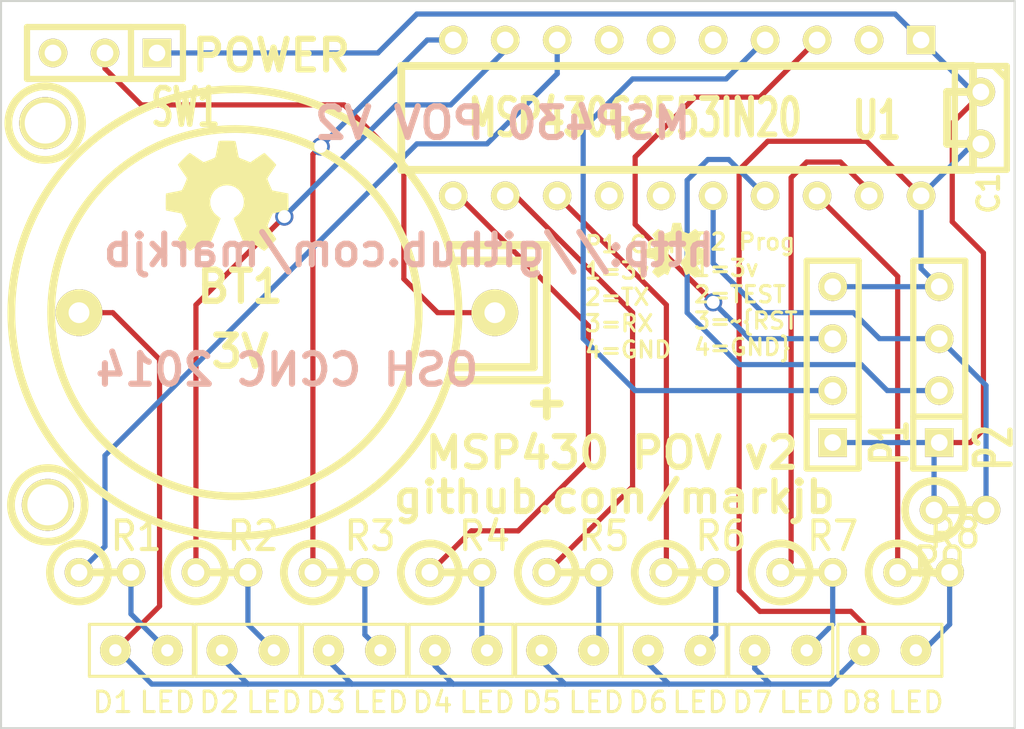
<source format=kicad_pcb>
(kicad_pcb (version 3) (host pcbnew "(2013-07-07 BZR 4022)-stable")

  (general
    (links 39)
    (no_connects 0)
    (area 86.309999 55.829999 135.940001 91.490001)
    (thickness 1.6)
    (drawings 13)
    (tracks 147)
    (zones 0)
    (modules 27)
    (nets 24)
  )

  (page A3)
  (layers
    (15 F.Cu signal)
    (0 B.Cu signal)
    (16 B.Adhes user hide)
    (17 F.Adhes user hide)
    (18 B.Paste user hide)
    (19 F.Paste user hide)
    (20 B.SilkS user)
    (21 F.SilkS user)
    (22 B.Mask user)
    (23 F.Mask user)
    (24 Dwgs.User user hide)
    (25 Cmts.User user hide)
    (26 Eco1.User user hide)
    (27 Eco2.User user hide)
    (28 Edge.Cuts user)
  )

  (setup
    (last_trace_width 0.254)
    (trace_clearance 0.254)
    (zone_clearance 0.508)
    (zone_45_only no)
    (trace_min 0.254)
    (segment_width 0.4)
    (edge_width 0.1)
    (via_size 0.889)
    (via_drill 0.635)
    (via_min_size 0.889)
    (via_min_drill 0.508)
    (uvia_size 0.508)
    (uvia_drill 0.127)
    (uvias_allowed no)
    (uvia_min_size 0.508)
    (uvia_min_drill 0.127)
    (pcb_text_width 0.3)
    (pcb_text_size 1.5 1.5)
    (mod_edge_width 0.2)
    (mod_text_size 1 1)
    (mod_text_width 0.15)
    (pad_size 2.54 2.54)
    (pad_drill 2)
    (pad_to_mask_clearance 0)
    (aux_axis_origin 0 0)
    (visible_elements 7FFFFFBF)
    (pcbplotparams
      (layerselection 284196865)
      (usegerberextensions true)
      (excludeedgelayer false)
      (linewidth 0.150000)
      (plotframeref false)
      (viasonmask false)
      (mode 1)
      (useauxorigin false)
      (hpglpennumber 1)
      (hpglpenspeed 20)
      (hpglpendiameter 15)
      (hpglpenoverlay 2)
      (psnegative false)
      (psa4output false)
      (plotreference true)
      (plotvalue true)
      (plotothertext true)
      (plotinvisibletext false)
      (padsonsilk false)
      (subtractmaskfromsilk true)
      (outputformat 1)
      (mirror false)
      (drillshape 0)
      (scaleselection 1)
      (outputdirectory "C:/Users/mark/Documents/KiCad/Msp430 pov v2/thru hole pcb output/"))
  )

  (net 0 "")
  (net 1 N-000001)
  (net 2 N-0000010)
  (net 3 N-0000011)
  (net 4 N-0000012)
  (net 5 N-0000013)
  (net 6 N-0000014)
  (net 7 N-0000015)
  (net 8 N-0000016)
  (net 9 N-0000017)
  (net 10 N-0000018)
  (net 11 N-000002)
  (net 12 N-0000025)
  (net 13 N-0000026)
  (net 14 N-0000027)
  (net 15 N-0000028)
  (net 16 N-0000029)
  (net 17 N-000003)
  (net 18 N-000004)
  (net 19 N-000005)
  (net 20 N-000006)
  (net 21 N-000007)
  (net 22 N-000008)
  (net 23 N-000009)

  (net_class Default "This is the default net class."
    (clearance 0.254)
    (trace_width 0.254)
    (via_dia 0.889)
    (via_drill 0.635)
    (uvia_dia 0.508)
    (uvia_drill 0.127)
    (add_net "")
    (add_net N-000001)
    (add_net N-0000010)
    (add_net N-0000011)
    (add_net N-0000012)
    (add_net N-0000013)
    (add_net N-0000014)
    (add_net N-0000015)
    (add_net N-0000016)
    (add_net N-0000017)
    (add_net N-0000018)
    (add_net N-000002)
    (add_net N-0000025)
    (add_net N-0000026)
    (add_net N-0000027)
    (add_net N-0000028)
    (add_net N-0000029)
    (add_net N-000003)
    (add_net N-000004)
    (add_net N-000005)
    (add_net N-000006)
    (add_net N-000007)
    (add_net N-000008)
    (add_net N-000009)
  )

  (module LED_Rect (layer F.Cu) (tedit 53B90EB2) (tstamp 53B884A0)
    (at 91.948 87.63)
    (path /53B88192)
    (fp_text reference D1 (at -0.127 2.54) (layer F.SilkS)
      (effects (font (size 1 1) (thickness 0.15)))
    )
    (fp_text value LED (at 2.54 2.54) (layer F.SilkS)
      (effects (font (size 1 1) (thickness 0.15)))
    )
    (fp_line (start -1.27 -1.27) (end 3.81 -1.27) (layer F.SilkS) (width 0.15))
    (fp_line (start 3.81 -1.27) (end 3.81 1.27) (layer F.SilkS) (width 0.15))
    (fp_line (start 3.81 1.27) (end -1.27 1.27) (layer F.SilkS) (width 0.15))
    (fp_line (start -1.27 1.27) (end -1.27 -1.27) (layer F.SilkS) (width 0.15))
    (pad 1 thru_hole circle (at 0 0) (size 1.5 1.5) (drill 0.6)
      (layers *.Cu *.Mask F.SilkS)
      (net 16 N-0000029)
    )
    (pad 2 thru_hole circle (at 2.54 0) (size 1.5 1.5) (drill 0.6)
      (layers *.Cu *.Mask F.SilkS)
      (net 8 N-0000016)
    )
  )

  (module CR2032H-Tayda (layer F.Cu) (tedit 53B90F4D) (tstamp 53BA2155)
    (at 97.79 71.12)
    (path /53B88138)
    (fp_text reference BT1 (at 0.254 -1.27) (layer F.SilkS)
      (effects (font (size 1.524 1.524) (thickness 0.3048)))
    )
    (fp_text value 3V (at 0.254 1.905) (layer F.SilkS)
      (effects (font (size 1.524 1.524) (thickness 0.3048)))
    )
    (fp_line (start 14.605 2.667) (end 10.668 2.667) (layer F.SilkS) (width 0.4))
    (fp_line (start 15.24 3.302) (end 10.414 3.302) (layer F.SilkS) (width 0.4))
    (fp_line (start 15.24 -3.302) (end 10.414 -3.302) (layer F.SilkS) (width 0.4))
    (fp_line (start 14.605 -2.54) (end 10.795 -2.54) (layer F.SilkS) (width 0.4))
    (fp_line (start 15.24 3.81) (end 15.24 5.08) (layer F.SilkS) (width 0.381))
    (fp_line (start 14.605 4.445) (end 15.875 4.445) (layer F.SilkS) (width 0.381))
    (fp_line (start 14.605 -2.54) (end 14.605 2.54) (layer F.SilkS) (width 0.381))
    (fp_line (start 15.24 -3.175) (end 15.24 3.175) (layer F.SilkS) (width 0.381))
    (fp_circle (center 0 0) (end -1.27 -8.89) (layer F.SilkS) (width 0.381))
    (fp_circle (center 0 0) (end 6.35 8.89) (layer F.SilkS) (width 0.381))
    (pad 2 thru_hole circle (at -7.62 0) (size 2.286 2.286) (drill 1.016)
      (layers *.Cu *.Mask F.SilkS)
      (net 16 N-0000029)
    )
    (pad 1 thru_hole circle (at 12.7 0) (size 2.286 2.286) (drill 1.016)
      (layers *.Cu *.Mask F.SilkS)
      (net 7 N-0000015)
    )
  )

  (module SIL-4 (layer F.Cu) (tedit 53B965C7) (tstamp 53B883F5)
    (at 132.207 73.66 90)
    (descr "Connecteur 4 pibs")
    (tags "CONN DEV")
    (path /53B8859D)
    (fp_text reference P2 (at -4.064 2.667 90) (layer F.SilkS)
      (effects (font (size 1.73482 1.08712) (thickness 0.3048)))
    )
    (fp_text value PROGRAM (at 0 -2.54 90) (layer F.SilkS) hide
      (effects (font (size 1.524 1.016) (thickness 0.3048)))
    )
    (fp_line (start -5.08 -1.27) (end -5.08 -1.27) (layer F.SilkS) (width 0.3048))
    (fp_line (start -5.08 1.27) (end -5.08 -1.27) (layer F.SilkS) (width 0.3048))
    (fp_line (start -5.08 -1.27) (end -5.08 -1.27) (layer F.SilkS) (width 0.3048))
    (fp_line (start -5.08 -1.27) (end 5.08 -1.27) (layer F.SilkS) (width 0.3048))
    (fp_line (start 5.08 -1.27) (end 5.08 1.27) (layer F.SilkS) (width 0.3048))
    (fp_line (start 5.08 1.27) (end -5.08 1.27) (layer F.SilkS) (width 0.3048))
    (fp_line (start -2.54 1.27) (end -2.54 -1.27) (layer F.SilkS) (width 0.3048))
    (pad 1 thru_hole rect (at -3.81 0 90) (size 1.397 1.397) (drill 0.8128)
      (layers *.Cu *.Mask F.SilkS)
      (net 6 N-0000014)
    )
    (pad 2 thru_hole circle (at -1.27 0 90) (size 1.397 1.397) (drill 0.8128)
      (layers *.Cu *.Mask F.SilkS)
      (net 3 N-0000011)
    )
    (pad 3 thru_hole circle (at 1.27 0 90) (size 1.397 1.397) (drill 0.8128)
      (layers *.Cu *.Mask F.SilkS)
      (net 4 N-0000012)
    )
    (pad 4 thru_hole circle (at 3.81 0 90) (size 1.397 1.397) (drill 0.8128)
      (layers *.Cu *.Mask F.SilkS)
      (net 16 N-0000029)
    )
  )

  (module SIL-4 (layer F.Cu) (tedit 53B965B8) (tstamp 53B88404)
    (at 127 73.66 90)
    (descr "Connecteur 4 pibs")
    (tags "CONN DEV")
    (path /53B88486)
    (fp_text reference P1 (at -3.81 2.794 90) (layer F.SilkS)
      (effects (font (size 1.73482 1.08712) (thickness 0.3048)))
    )
    (fp_text value SERIAL (at 0 -2.54 90) (layer F.SilkS) hide
      (effects (font (size 1.524 1.016) (thickness 0.3048)))
    )
    (fp_line (start -5.08 -1.27) (end -5.08 -1.27) (layer F.SilkS) (width 0.3048))
    (fp_line (start -5.08 1.27) (end -5.08 -1.27) (layer F.SilkS) (width 0.3048))
    (fp_line (start -5.08 -1.27) (end -5.08 -1.27) (layer F.SilkS) (width 0.3048))
    (fp_line (start -5.08 -1.27) (end 5.08 -1.27) (layer F.SilkS) (width 0.3048))
    (fp_line (start 5.08 -1.27) (end 5.08 1.27) (layer F.SilkS) (width 0.3048))
    (fp_line (start 5.08 1.27) (end -5.08 1.27) (layer F.SilkS) (width 0.3048))
    (fp_line (start -2.54 1.27) (end -2.54 -1.27) (layer F.SilkS) (width 0.3048))
    (pad 1 thru_hole rect (at -3.81 0 90) (size 1.397 1.397) (drill 0.8128)
      (layers *.Cu *.Mask F.SilkS)
      (net 6 N-0000014)
    )
    (pad 2 thru_hole circle (at -1.27 0 90) (size 1.397 1.397) (drill 0.8128)
      (layers *.Cu *.Mask F.SilkS)
      (net 19 N-000005)
    )
    (pad 3 thru_hole circle (at 1.27 0 90) (size 1.397 1.397) (drill 0.8128)
      (layers *.Cu *.Mask F.SilkS)
      (net 20 N-000006)
    )
    (pad 4 thru_hole circle (at 3.81 0 90) (size 1.397 1.397) (drill 0.8128)
      (layers *.Cu *.Mask F.SilkS)
      (net 16 N-0000029)
    )
  )

  (module SIL-3 (layer F.Cu) (tedit 53B96410) (tstamp 53B88410)
    (at 91.44 58.42 180)
    (descr "Connecteur 3 pins")
    (tags "CONN DEV")
    (path /53B88160)
    (fp_text reference SW1 (at -3.937 -2.667 180) (layer F.SilkS)
      (effects (font (size 1.7907 1.07696) (thickness 0.3048)))
    )
    (fp_text value SPST (at -0.508 -2.667 180) (layer F.SilkS) hide
      (effects (font (size 1.524 1.016) (thickness 0.3048)))
    )
    (fp_line (start -3.81 1.27) (end -3.81 -1.27) (layer F.SilkS) (width 0.3048))
    (fp_line (start -3.81 -1.27) (end 3.81 -1.27) (layer F.SilkS) (width 0.3048))
    (fp_line (start 3.81 -1.27) (end 3.81 1.27) (layer F.SilkS) (width 0.3048))
    (fp_line (start 3.81 1.27) (end -3.81 1.27) (layer F.SilkS) (width 0.3048))
    (fp_line (start -1.27 -1.27) (end -1.27 1.27) (layer F.SilkS) (width 0.3048))
    (pad 1 thru_hole rect (at -2.54 0 180) (size 1.397 1.397) (drill 0.8128)
      (layers *.Cu *.Mask F.SilkS)
      (net 6 N-0000014)
    )
    (pad 2 thru_hole circle (at 0 0 180) (size 1.397 1.397) (drill 0.8128)
      (layers *.Cu *.Mask F.SilkS)
      (net 7 N-0000015)
    )
    (pad 3 thru_hole circle (at 2.54 0 180) (size 1.397 1.397) (drill 0.8128)
      (layers *.Cu *.Mask F.SilkS)
    )
  )

  (module R1 (layer F.Cu) (tedit 53B90E2C) (tstamp 53B88418)
    (at 131.445 83.82)
    (descr "Resistance verticale")
    (tags R)
    (path /53B8820D)
    (autoplace_cost90 10)
    (autoplace_cost180 10)
    (fp_text reference R8 (at 1.524 -1.905) (layer F.SilkS)
      (effects (font (size 1.397 1.27) (thickness 0.2032)))
    )
    (fp_text value R (at -1.143 2.54) (layer F.SilkS) hide
      (effects (font (size 1.397 1.27) (thickness 0.2032)))
    )
    (fp_line (start -1.27 0) (end 1.27 0) (layer F.SilkS) (width 0.381))
    (fp_circle (center -1.27 0) (end -0.635 1.27) (layer F.SilkS) (width 0.381))
    (pad 1 thru_hole circle (at -1.27 0) (size 1.397 1.397) (drill 0.8128)
      (layers *.Cu *.Mask F.SilkS)
      (net 18 N-000004)
    )
    (pad 2 thru_hole circle (at 1.27 0) (size 1.397 1.397) (drill 0.8128)
      (layers *.Cu *.Mask F.SilkS)
      (net 14 N-0000027)
    )
    (model discret/verti_resistor.wrl
      (at (xyz 0 0 0))
      (scale (xyz 1 1 1))
      (rotate (xyz 0 0 0))
    )
  )

  (module R1 (layer F.Cu) (tedit 53B90E47) (tstamp 53B88420)
    (at 125.73 83.82)
    (descr "Resistance verticale")
    (tags R)
    (path /53B88207)
    (autoplace_cost90 10)
    (autoplace_cost180 10)
    (fp_text reference R7 (at 1.27 -1.778) (layer F.SilkS)
      (effects (font (size 1.397 1.27) (thickness 0.2032)))
    )
    (fp_text value R (at -1.143 2.54) (layer F.SilkS) hide
      (effects (font (size 1.397 1.27) (thickness 0.2032)))
    )
    (fp_line (start -1.27 0) (end 1.27 0) (layer F.SilkS) (width 0.381))
    (fp_circle (center -1.27 0) (end -0.635 1.27) (layer F.SilkS) (width 0.381))
    (pad 1 thru_hole circle (at -1.27 0) (size 1.397 1.397) (drill 0.8128)
      (layers *.Cu *.Mask F.SilkS)
      (net 1 N-000001)
    )
    (pad 2 thru_hole circle (at 1.27 0) (size 1.397 1.397) (drill 0.8128)
      (layers *.Cu *.Mask F.SilkS)
      (net 13 N-0000026)
    )
    (model discret/verti_resistor.wrl
      (at (xyz 0 0 0))
      (scale (xyz 1 1 1))
      (rotate (xyz 0 0 0))
    )
  )

  (module R1 (layer F.Cu) (tedit 53B90E5D) (tstamp 53B88428)
    (at 120.015 83.82)
    (descr "Resistance verticale")
    (tags R)
    (path /53B88201)
    (autoplace_cost90 10)
    (autoplace_cost180 10)
    (fp_text reference R6 (at 1.524 -1.778) (layer F.SilkS)
      (effects (font (size 1.397 1.27) (thickness 0.2032)))
    )
    (fp_text value R (at -1.143 2.54) (layer F.SilkS) hide
      (effects (font (size 1.397 1.27) (thickness 0.2032)))
    )
    (fp_line (start -1.27 0) (end 1.27 0) (layer F.SilkS) (width 0.381))
    (fp_circle (center -1.27 0) (end -0.635 1.27) (layer F.SilkS) (width 0.381))
    (pad 1 thru_hole circle (at -1.27 0) (size 1.397 1.397) (drill 0.8128)
      (layers *.Cu *.Mask F.SilkS)
      (net 17 N-000003)
    )
    (pad 2 thru_hole circle (at 1.27 0) (size 1.397 1.397) (drill 0.8128)
      (layers *.Cu *.Mask F.SilkS)
      (net 12 N-0000025)
    )
    (model discret/verti_resistor.wrl
      (at (xyz 0 0 0))
      (scale (xyz 1 1 1))
      (rotate (xyz 0 0 0))
    )
  )

  (module R1 (layer F.Cu) (tedit 53B90E63) (tstamp 53B88430)
    (at 114.3 83.82)
    (descr "Resistance verticale")
    (tags R)
    (path /53B881FB)
    (autoplace_cost90 10)
    (autoplace_cost180 10)
    (fp_text reference R5 (at 1.524 -1.778) (layer F.SilkS)
      (effects (font (size 1.397 1.27) (thickness 0.2032)))
    )
    (fp_text value R (at -1.143 2.54) (layer F.SilkS) hide
      (effects (font (size 1.397 1.27) (thickness 0.2032)))
    )
    (fp_line (start -1.27 0) (end 1.27 0) (layer F.SilkS) (width 0.381))
    (fp_circle (center -1.27 0) (end -0.635 1.27) (layer F.SilkS) (width 0.381))
    (pad 1 thru_hole circle (at -1.27 0) (size 1.397 1.397) (drill 0.8128)
      (layers *.Cu *.Mask F.SilkS)
      (net 11 N-000002)
    )
    (pad 2 thru_hole circle (at 1.27 0) (size 1.397 1.397) (drill 0.8128)
      (layers *.Cu *.Mask F.SilkS)
      (net 15 N-0000028)
    )
    (model discret/verti_resistor.wrl
      (at (xyz 0 0 0))
      (scale (xyz 1 1 1))
      (rotate (xyz 0 0 0))
    )
  )

  (module R1 (layer F.Cu) (tedit 53B90E6B) (tstamp 53B88438)
    (at 108.585 83.82)
    (descr "Resistance verticale")
    (tags R)
    (path /53B881F5)
    (autoplace_cost90 10)
    (autoplace_cost180 10)
    (fp_text reference R4 (at 1.397 -1.778) (layer F.SilkS)
      (effects (font (size 1.397 1.27) (thickness 0.2032)))
    )
    (fp_text value R (at -1.143 2.54) (layer F.SilkS) hide
      (effects (font (size 1.397 1.27) (thickness 0.2032)))
    )
    (fp_line (start -1.27 0) (end 1.27 0) (layer F.SilkS) (width 0.381))
    (fp_circle (center -1.27 0) (end -0.635 1.27) (layer F.SilkS) (width 0.381))
    (pad 1 thru_hole circle (at -1.27 0) (size 1.397 1.397) (drill 0.8128)
      (layers *.Cu *.Mask F.SilkS)
      (net 2 N-0000010)
    )
    (pad 2 thru_hole circle (at 1.27 0) (size 1.397 1.397) (drill 0.8128)
      (layers *.Cu *.Mask F.SilkS)
      (net 10 N-0000018)
    )
    (model discret/verti_resistor.wrl
      (at (xyz 0 0 0))
      (scale (xyz 1 1 1))
      (rotate (xyz 0 0 0))
    )
  )

  (module R1 (layer F.Cu) (tedit 53B90E6F) (tstamp 53B88440)
    (at 102.87 83.82)
    (descr "Resistance verticale")
    (tags R)
    (path /53B881EF)
    (autoplace_cost90 10)
    (autoplace_cost180 10)
    (fp_text reference R3 (at 1.524 -1.778) (layer F.SilkS)
      (effects (font (size 1.397 1.27) (thickness 0.2032)))
    )
    (fp_text value R (at -1.143 2.54) (layer F.SilkS) hide
      (effects (font (size 1.397 1.27) (thickness 0.2032)))
    )
    (fp_line (start -1.27 0) (end 1.27 0) (layer F.SilkS) (width 0.381))
    (fp_circle (center -1.27 0) (end -0.635 1.27) (layer F.SilkS) (width 0.381))
    (pad 1 thru_hole circle (at -1.27 0) (size 1.397 1.397) (drill 0.8128)
      (layers *.Cu *.Mask F.SilkS)
      (net 23 N-000009)
    )
    (pad 2 thru_hole circle (at 1.27 0) (size 1.397 1.397) (drill 0.8128)
      (layers *.Cu *.Mask F.SilkS)
      (net 9 N-0000017)
    )
    (model discret/verti_resistor.wrl
      (at (xyz 0 0 0))
      (scale (xyz 1 1 1))
      (rotate (xyz 0 0 0))
    )
  )

  (module R1 (layer F.Cu) (tedit 53B90E84) (tstamp 53B88448)
    (at 97.155 83.82)
    (descr "Resistance verticale")
    (tags R)
    (path /53B881DF)
    (autoplace_cost90 10)
    (autoplace_cost180 10)
    (fp_text reference R2 (at 1.524 -1.778) (layer F.SilkS)
      (effects (font (size 1.397 1.27) (thickness 0.2032)))
    )
    (fp_text value R (at -1.143 2.54) (layer F.SilkS) hide
      (effects (font (size 1.397 1.27) (thickness 0.2032)))
    )
    (fp_line (start -1.27 0) (end 1.27 0) (layer F.SilkS) (width 0.381))
    (fp_circle (center -1.27 0) (end -0.635 1.27) (layer F.SilkS) (width 0.381))
    (pad 1 thru_hole circle (at -1.27 0) (size 1.397 1.397) (drill 0.8128)
      (layers *.Cu *.Mask F.SilkS)
      (net 21 N-000007)
    )
    (pad 2 thru_hole circle (at 1.27 0) (size 1.397 1.397) (drill 0.8128)
      (layers *.Cu *.Mask F.SilkS)
      (net 5 N-0000013)
    )
    (model discret/verti_resistor.wrl
      (at (xyz 0 0 0))
      (scale (xyz 1 1 1))
      (rotate (xyz 0 0 0))
    )
  )

  (module R1 (layer F.Cu) (tedit 53B90E89) (tstamp 53B88450)
    (at 91.44 83.82)
    (descr "Resistance verticale")
    (tags R)
    (path /53B881D2)
    (autoplace_cost90 10)
    (autoplace_cost180 10)
    (fp_text reference R1 (at 1.524 -1.778) (layer F.SilkS)
      (effects (font (size 1.397 1.27) (thickness 0.2032)))
    )
    (fp_text value R (at -1.143 2.54) (layer F.SilkS) hide
      (effects (font (size 1.397 1.27) (thickness 0.2032)))
    )
    (fp_line (start -1.27 0) (end 1.27 0) (layer F.SilkS) (width 0.381))
    (fp_circle (center -1.27 0) (end -0.635 1.27) (layer F.SilkS) (width 0.381))
    (pad 1 thru_hole circle (at -1.27 0) (size 1.397 1.397) (drill 0.8128)
      (layers *.Cu *.Mask F.SilkS)
      (net 22 N-000008)
    )
    (pad 2 thru_hole circle (at 1.27 0) (size 1.397 1.397) (drill 0.8128)
      (layers *.Cu *.Mask F.SilkS)
      (net 8 N-0000016)
    )
    (model discret/verti_resistor.wrl
      (at (xyz 0 0 0))
      (scale (xyz 1 1 1))
      (rotate (xyz 0 0 0))
    )
  )

  (module LED_Rect (layer F.Cu) (tedit 53B90F19) (tstamp 53B8845A)
    (at 128.524 87.63)
    (path /53B881C3)
    (fp_text reference D8 (at -0.127 2.54) (layer F.SilkS)
      (effects (font (size 1 1) (thickness 0.15)))
    )
    (fp_text value LED (at 2.54 2.54) (layer F.SilkS)
      (effects (font (size 1 1) (thickness 0.15)))
    )
    (fp_line (start -1.27 -1.27) (end 3.81 -1.27) (layer F.SilkS) (width 0.15))
    (fp_line (start 3.81 -1.27) (end 3.81 1.27) (layer F.SilkS) (width 0.15))
    (fp_line (start 3.81 1.27) (end -1.27 1.27) (layer F.SilkS) (width 0.15))
    (fp_line (start -1.27 1.27) (end -1.27 -1.27) (layer F.SilkS) (width 0.15))
    (pad 1 thru_hole circle (at 0 0) (size 1.5 1.5) (drill 0.6)
      (layers *.Cu *.Mask F.SilkS)
      (net 16 N-0000029)
    )
    (pad 2 thru_hole circle (at 2.54 0) (size 1.5 1.5) (drill 0.6)
      (layers *.Cu *.Mask F.SilkS)
      (net 14 N-0000027)
    )
  )

  (module LED_Rect (layer F.Cu) (tedit 53B90F10) (tstamp 53B88464)
    (at 123.19 87.63)
    (path /53B881BD)
    (fp_text reference D7 (at -0.127 2.54) (layer F.SilkS)
      (effects (font (size 1 1) (thickness 0.15)))
    )
    (fp_text value LED (at 2.54 2.54) (layer F.SilkS)
      (effects (font (size 1 1) (thickness 0.15)))
    )
    (fp_line (start -1.27 -1.27) (end 3.81 -1.27) (layer F.SilkS) (width 0.15))
    (fp_line (start 3.81 -1.27) (end 3.81 1.27) (layer F.SilkS) (width 0.15))
    (fp_line (start 3.81 1.27) (end -1.27 1.27) (layer F.SilkS) (width 0.15))
    (fp_line (start -1.27 1.27) (end -1.27 -1.27) (layer F.SilkS) (width 0.15))
    (pad 1 thru_hole circle (at 0 0) (size 1.5 1.5) (drill 0.6)
      (layers *.Cu *.Mask F.SilkS)
      (net 16 N-0000029)
    )
    (pad 2 thru_hole circle (at 2.54 0) (size 1.5 1.5) (drill 0.6)
      (layers *.Cu *.Mask F.SilkS)
      (net 13 N-0000026)
    )
  )

  (module LED_Rect (layer F.Cu) (tedit 53B90EF8) (tstamp 53B8846E)
    (at 117.983 87.63)
    (path /53B881B7)
    (fp_text reference D6 (at 0 2.54) (layer F.SilkS)
      (effects (font (size 1 1) (thickness 0.15)))
    )
    (fp_text value LED (at 2.54 2.54) (layer F.SilkS)
      (effects (font (size 1 1) (thickness 0.15)))
    )
    (fp_line (start -1.27 -1.27) (end 3.81 -1.27) (layer F.SilkS) (width 0.15))
    (fp_line (start 3.81 -1.27) (end 3.81 1.27) (layer F.SilkS) (width 0.15))
    (fp_line (start 3.81 1.27) (end -1.27 1.27) (layer F.SilkS) (width 0.15))
    (fp_line (start -1.27 1.27) (end -1.27 -1.27) (layer F.SilkS) (width 0.15))
    (pad 1 thru_hole circle (at 0 0) (size 1.5 1.5) (drill 0.6)
      (layers *.Cu *.Mask F.SilkS)
      (net 16 N-0000029)
    )
    (pad 2 thru_hole circle (at 2.54 0) (size 1.5 1.5) (drill 0.6)
      (layers *.Cu *.Mask F.SilkS)
      (net 12 N-0000025)
    )
  )

  (module LED_Rect (layer F.Cu) (tedit 53B90EF2) (tstamp 53B88478)
    (at 112.776 87.63)
    (path /53B881B1)
    (fp_text reference D5 (at 0 2.54) (layer F.SilkS)
      (effects (font (size 1 1) (thickness 0.15)))
    )
    (fp_text value LED (at 2.667 2.54) (layer F.SilkS)
      (effects (font (size 1 1) (thickness 0.15)))
    )
    (fp_line (start -1.27 -1.27) (end 3.81 -1.27) (layer F.SilkS) (width 0.15))
    (fp_line (start 3.81 -1.27) (end 3.81 1.27) (layer F.SilkS) (width 0.15))
    (fp_line (start 3.81 1.27) (end -1.27 1.27) (layer F.SilkS) (width 0.15))
    (fp_line (start -1.27 1.27) (end -1.27 -1.27) (layer F.SilkS) (width 0.15))
    (pad 1 thru_hole circle (at 0 0) (size 1.5 1.5) (drill 0.6)
      (layers *.Cu *.Mask F.SilkS)
      (net 16 N-0000029)
    )
    (pad 2 thru_hole circle (at 2.54 0) (size 1.5 1.5) (drill 0.6)
      (layers *.Cu *.Mask F.SilkS)
      (net 15 N-0000028)
    )
  )

  (module LED_Rect (layer F.Cu) (tedit 53B90EE6) (tstamp 53B88482)
    (at 107.569 87.63)
    (path /53B881AB)
    (fp_text reference D4 (at -0.127 2.54) (layer F.SilkS)
      (effects (font (size 1 1) (thickness 0.15)))
    )
    (fp_text value LED (at 2.54 2.54) (layer F.SilkS)
      (effects (font (size 1 1) (thickness 0.15)))
    )
    (fp_line (start -1.27 -1.27) (end 3.81 -1.27) (layer F.SilkS) (width 0.15))
    (fp_line (start 3.81 -1.27) (end 3.81 1.27) (layer F.SilkS) (width 0.15))
    (fp_line (start 3.81 1.27) (end -1.27 1.27) (layer F.SilkS) (width 0.15))
    (fp_line (start -1.27 1.27) (end -1.27 -1.27) (layer F.SilkS) (width 0.15))
    (pad 1 thru_hole circle (at 0 0) (size 1.5 1.5) (drill 0.6)
      (layers *.Cu *.Mask F.SilkS)
      (net 16 N-0000029)
    )
    (pad 2 thru_hole circle (at 2.54 0) (size 1.5 1.5) (drill 0.6)
      (layers *.Cu *.Mask F.SilkS)
      (net 10 N-0000018)
    )
  )

  (module LED_Rect (layer F.Cu) (tedit 53B90EDA) (tstamp 53B8848C)
    (at 102.362 87.63)
    (path /53B881A5)
    (fp_text reference D3 (at -0.127 2.54) (layer F.SilkS)
      (effects (font (size 1 1) (thickness 0.15)))
    )
    (fp_text value LED (at 2.54 2.54) (layer F.SilkS)
      (effects (font (size 1 1) (thickness 0.15)))
    )
    (fp_line (start -1.27 -1.27) (end 3.81 -1.27) (layer F.SilkS) (width 0.15))
    (fp_line (start 3.81 -1.27) (end 3.81 1.27) (layer F.SilkS) (width 0.15))
    (fp_line (start 3.81 1.27) (end -1.27 1.27) (layer F.SilkS) (width 0.15))
    (fp_line (start -1.27 1.27) (end -1.27 -1.27) (layer F.SilkS) (width 0.15))
    (pad 1 thru_hole circle (at 0 0) (size 1.5 1.5) (drill 0.6)
      (layers *.Cu *.Mask F.SilkS)
      (net 16 N-0000029)
    )
    (pad 2 thru_hole circle (at 2.54 0) (size 1.5 1.5) (drill 0.6)
      (layers *.Cu *.Mask F.SilkS)
      (net 9 N-0000017)
    )
  )

  (module LED_Rect (layer F.Cu) (tedit 53B90EBB) (tstamp 53B88496)
    (at 97.155 87.63)
    (path /53B8819F)
    (fp_text reference D2 (at -0.127 2.54) (layer F.SilkS)
      (effects (font (size 1 1) (thickness 0.15)))
    )
    (fp_text value LED (at 2.54 2.54) (layer F.SilkS)
      (effects (font (size 1 1) (thickness 0.15)))
    )
    (fp_line (start -1.27 -1.27) (end 3.81 -1.27) (layer F.SilkS) (width 0.15))
    (fp_line (start 3.81 -1.27) (end 3.81 1.27) (layer F.SilkS) (width 0.15))
    (fp_line (start 3.81 1.27) (end -1.27 1.27) (layer F.SilkS) (width 0.15))
    (fp_line (start -1.27 1.27) (end -1.27 -1.27) (layer F.SilkS) (width 0.15))
    (pad 1 thru_hole circle (at 0 0) (size 1.5 1.5) (drill 0.6)
      (layers *.Cu *.Mask F.SilkS)
      (net 16 N-0000029)
    )
    (pad 2 thru_hole circle (at 2.54 0) (size 1.5 1.5) (drill 0.6)
      (layers *.Cu *.Mask F.SilkS)
      (net 5 N-0000013)
    )
  )

  (module DIP-20__300 (layer F.Cu) (tedit 53B93C98) (tstamp 53B884BF)
    (at 119.888 61.595 180)
    (descr "20 pins DIL package, round pads")
    (tags DIL)
    (path /53B88129)
    (fp_text reference U1 (at -9.271 -0.127 180) (layer F.SilkS)
      (effects (font (size 1.778 1.143) (thickness 0.3048)))
    )
    (fp_text value MSP430G2553IN20 (at 2.54 0 180) (layer F.SilkS)
      (effects (font (size 1.778 1.143) (thickness 0.3048)))
    )
    (fp_line (start -13.97 -1.27) (end -12.7 -1.27) (layer F.SilkS) (width 0.381))
    (fp_line (start -12.7 -1.27) (end -12.7 1.27) (layer F.SilkS) (width 0.381))
    (fp_line (start -12.7 1.27) (end -13.97 1.27) (layer F.SilkS) (width 0.381))
    (fp_line (start -13.97 -2.54) (end 13.97 -2.54) (layer F.SilkS) (width 0.381))
    (fp_line (start 13.97 -2.54) (end 13.97 2.54) (layer F.SilkS) (width 0.381))
    (fp_line (start 13.97 2.54) (end -13.97 2.54) (layer F.SilkS) (width 0.381))
    (fp_line (start -13.97 2.54) (end -13.97 -2.54) (layer F.SilkS) (width 0.381))
    (pad 1 thru_hole rect (at -11.43 3.81 180) (size 1.397 1.397) (drill 0.8128)
      (layers *.Cu *.Mask F.SilkS)
      (net 6 N-0000014)
    )
    (pad 2 thru_hole circle (at -8.89 3.81 180) (size 1.397 1.397) (drill 0.8128)
      (layers *.Cu *.Mask F.SilkS)
    )
    (pad 3 thru_hole circle (at -6.35 3.81 180) (size 1.397 1.397) (drill 0.8128)
      (layers *.Cu *.Mask F.SilkS)
      (net 20 N-000006)
    )
    (pad 4 thru_hole circle (at -3.81 3.81 180) (size 1.397 1.397) (drill 0.8128)
      (layers *.Cu *.Mask F.SilkS)
      (net 19 N-000005)
    )
    (pad 5 thru_hole circle (at -1.27 3.81 180) (size 1.397 1.397) (drill 0.8128)
      (layers *.Cu *.Mask F.SilkS)
    )
    (pad 6 thru_hole circle (at 1.27 3.81 180) (size 1.397 1.397) (drill 0.8128)
      (layers *.Cu *.Mask F.SilkS)
    )
    (pad 7 thru_hole circle (at 3.81 3.81 180) (size 1.397 1.397) (drill 0.8128)
      (layers *.Cu *.Mask F.SilkS)
    )
    (pad 8 thru_hole circle (at 6.35 3.81 180) (size 1.397 1.397) (drill 0.8128)
      (layers *.Cu *.Mask F.SilkS)
      (net 22 N-000008)
    )
    (pad 9 thru_hole circle (at 8.89 3.81 180) (size 1.397 1.397) (drill 0.8128)
      (layers *.Cu *.Mask F.SilkS)
      (net 21 N-000007)
    )
    (pad 10 thru_hole circle (at 11.43 3.81 180) (size 1.397 1.397) (drill 0.8128)
      (layers *.Cu *.Mask F.SilkS)
      (net 23 N-000009)
    )
    (pad 11 thru_hole circle (at 11.43 -3.81 180) (size 1.397 1.397) (drill 0.8128)
      (layers *.Cu *.Mask F.SilkS)
      (net 2 N-0000010)
    )
    (pad 12 thru_hole circle (at 8.89 -3.81 180) (size 1.397 1.397) (drill 0.8128)
      (layers *.Cu *.Mask F.SilkS)
      (net 11 N-000002)
    )
    (pad 13 thru_hole circle (at 6.35 -3.81 180) (size 1.397 1.397) (drill 0.8128)
      (layers *.Cu *.Mask F.SilkS)
      (net 17 N-000003)
    )
    (pad 14 thru_hole circle (at 3.81 -3.81 180) (size 1.397 1.397) (drill 0.8128)
      (layers *.Cu *.Mask F.SilkS)
    )
    (pad 15 thru_hole circle (at 1.27 -3.81 180) (size 1.397 1.397) (drill 0.8128)
      (layers *.Cu *.Mask F.SilkS)
    )
    (pad 16 thru_hole circle (at -1.27 -3.81 180) (size 1.397 1.397) (drill 0.8128)
      (layers *.Cu *.Mask F.SilkS)
      (net 4 N-0000012)
    )
    (pad 17 thru_hole circle (at -3.81 -3.81 180) (size 1.397 1.397) (drill 0.8128)
      (layers *.Cu *.Mask F.SilkS)
      (net 3 N-0000011)
    )
    (pad 18 thru_hole circle (at -6.35 -3.81 180) (size 1.397 1.397) (drill 0.8128)
      (layers *.Cu *.Mask F.SilkS)
      (net 18 N-000004)
    )
    (pad 19 thru_hole circle (at -8.89 -3.81 180) (size 1.397 1.397) (drill 0.8128)
      (layers *.Cu *.Mask F.SilkS)
      (net 1 N-000001)
    )
    (pad 20 thru_hole circle (at -11.43 -3.81 180) (size 1.397 1.397) (drill 0.8128)
      (layers *.Cu *.Mask F.SilkS)
      (net 16 N-0000029)
    )
    (model dil/dil_20.wrl
      (at (xyz 0 0 0))
      (scale (xyz 1 1 1))
      (rotate (xyz 0 0 0))
    )
  )

  (module OSHW-logo_silkscreen-back_6mm (layer F.Cu) (tedit 0) (tstamp 53BB377B)
    (at 97.409 65.405)
    (fp_text reference G*** (at 0 3.18008) (layer F.SilkS) hide
      (effects (font (size 0.27178 0.27178) (thickness 0.05334)))
    )
    (fp_text value OSHW-logo_silkscreen-back_6mm (at 0 -3.18008) (layer F.SilkS) hide
      (effects (font (size 0.27178 0.27178) (thickness 0.05334)))
    )
    (fp_poly (pts (xy 1.81864 2.69494) (xy 1.78562 2.67716) (xy 1.71704 2.63398) (xy 1.61544 2.56794)
      (xy 1.4986 2.4892) (xy 1.37922 2.40792) (xy 1.28016 2.34188) (xy 1.21158 2.2987)
      (xy 1.18364 2.28346) (xy 1.1684 2.28854) (xy 1.11252 2.31648) (xy 1.03124 2.35966)
      (xy 0.98298 2.38252) (xy 0.90678 2.41554) (xy 0.87122 2.42316) (xy 0.8636 2.413)
      (xy 0.83566 2.35458) (xy 0.79248 2.25552) (xy 0.7366 2.12598) (xy 0.67056 1.97358)
      (xy 0.60198 1.80848) (xy 0.5334 1.64084) (xy 0.46736 1.48336) (xy 0.4064 1.33858)
      (xy 0.36068 1.22174) (xy 0.3302 1.14046) (xy 0.3175 1.1049) (xy 0.32258 1.09728)
      (xy 0.35814 1.06172) (xy 0.42418 1.01346) (xy 0.56642 0.89662) (xy 0.70612 0.72136)
      (xy 0.79248 0.52324) (xy 0.82042 0.30226) (xy 0.79756 0.09906) (xy 0.71628 -0.09652)
      (xy 0.57912 -0.27432) (xy 0.41148 -0.4064) (xy 0.21844 -0.48768) (xy 0 -0.51562)
      (xy -0.20828 -0.49276) (xy -0.40894 -0.41402) (xy -0.58674 -0.2794) (xy -0.6604 -0.19304)
      (xy -0.76454 -0.0127) (xy -0.82296 0.1778) (xy -0.82804 0.22606) (xy -0.82042 0.43688)
      (xy -0.75692 0.64008) (xy -0.6477 0.82042) (xy -0.49276 0.96774) (xy -0.47244 0.98298)
      (xy -0.40132 1.03632) (xy -0.35306 1.07188) (xy -0.31496 1.10236) (xy -0.5842 1.75006)
      (xy -0.62738 1.85166) (xy -0.70104 2.02692) (xy -0.76454 2.17932) (xy -0.81788 2.30124)
      (xy -0.85344 2.38252) (xy -0.86868 2.41554) (xy -0.87122 2.41554) (xy -0.89408 2.42062)
      (xy -0.94234 2.40284) (xy -1.03378 2.35966) (xy -1.0922 2.32918) (xy -1.16078 2.29616)
      (xy -1.19126 2.28346) (xy -1.2192 2.29616) (xy -1.28524 2.33934) (xy -1.37922 2.40538)
      (xy -1.49606 2.48158) (xy -1.60528 2.55778) (xy -1.70688 2.62382) (xy -1.78054 2.67208)
      (xy -1.8161 2.68986) (xy -1.82118 2.68986) (xy -1.8542 2.67208) (xy -1.91262 2.62382)
      (xy -1.99898 2.54) (xy -2.12344 2.41808) (xy -2.14376 2.4003) (xy -2.24536 2.29616)
      (xy -2.32918 2.20726) (xy -2.38506 2.1463) (xy -2.40538 2.11836) (xy -2.40538 2.11836)
      (xy -2.38506 2.0828) (xy -2.33934 2.00914) (xy -2.2733 1.90754) (xy -2.19202 1.78562)
      (xy -1.97612 1.47574) (xy -2.0955 1.18364) (xy -2.13106 1.0922) (xy -2.17678 0.98298)
      (xy -2.2098 0.90678) (xy -2.22758 0.87122) (xy -2.2606 0.86106) (xy -2.33934 0.84074)
      (xy -2.45618 0.81788) (xy -2.59588 0.79248) (xy -2.72796 0.76708) (xy -2.84734 0.74422)
      (xy -2.9337 0.72898) (xy -2.9718 0.72136) (xy -2.98196 0.71374) (xy -2.98958 0.69596)
      (xy -2.99466 0.65532) (xy -2.9972 0.58166) (xy -2.99974 0.46736) (xy -2.99974 0.30226)
      (xy -2.99974 0.28448) (xy -2.9972 0.127) (xy -2.99466 0.00254) (xy -2.98958 -0.07874)
      (xy -2.9845 -0.11176) (xy -2.9845 -0.11176) (xy -2.9464 -0.12192) (xy -2.86258 -0.1397)
      (xy -2.7432 -0.16256) (xy -2.60096 -0.1905) (xy -2.5908 -0.1905) (xy -2.44856 -0.21844)
      (xy -2.33172 -0.24384) (xy -2.2479 -0.26162) (xy -2.21234 -0.27432) (xy -2.20472 -0.28448)
      (xy -2.17678 -0.34036) (xy -2.13614 -0.42672) (xy -2.08788 -0.5334) (xy -2.04216 -0.64516)
      (xy -2.00152 -0.74676) (xy -1.97612 -0.82042) (xy -1.9685 -0.85598) (xy -1.9685 -0.85598)
      (xy -1.98882 -0.889) (xy -2.03708 -0.96266) (xy -2.1082 -1.06426) (xy -2.18948 -1.18618)
      (xy -2.1971 -1.19634) (xy -2.27838 -1.31572) (xy -2.34442 -1.41732) (xy -2.3876 -1.48844)
      (xy -2.40538 -1.52146) (xy -2.40538 -1.524) (xy -2.37744 -1.55956) (xy -2.31648 -1.62814)
      (xy -2.22758 -1.71958) (xy -2.12344 -1.82372) (xy -2.09042 -1.85674) (xy -1.97358 -1.97104)
      (xy -1.8923 -2.0447) (xy -1.8415 -2.08534) (xy -1.81864 -2.0955) (xy -1.8161 -2.09296)
      (xy -1.78054 -2.07264) (xy -1.70434 -2.02184) (xy -1.60274 -1.95326) (xy -1.48082 -1.86944)
      (xy -1.4732 -1.86436) (xy -1.35128 -1.78308) (xy -1.25222 -1.7145) (xy -1.1811 -1.66878)
      (xy -1.15062 -1.651) (xy -1.14554 -1.651) (xy -1.09728 -1.6637) (xy -1.01092 -1.69418)
      (xy -0.90678 -1.73482) (xy -0.79502 -1.778) (xy -0.69342 -1.82118) (xy -0.61976 -1.85674)
      (xy -0.5842 -1.87706) (xy -0.58166 -1.87706) (xy -0.56896 -1.92024) (xy -0.54864 -2.01168)
      (xy -0.52324 -2.1336) (xy -0.4953 -2.28092) (xy -0.49022 -2.30378) (xy -0.46482 -2.44856)
      (xy -0.44196 -2.5654) (xy -0.42418 -2.64668) (xy -0.41656 -2.68224) (xy -0.39624 -2.68478)
      (xy -0.32512 -2.68986) (xy -0.21844 -2.69494) (xy -0.0889 -2.69494) (xy 0.04572 -2.69494)
      (xy 0.1778 -2.6924) (xy 0.28956 -2.68732) (xy 0.37084 -2.68224) (xy 0.4064 -2.67462)
      (xy 0.4064 -2.67208) (xy 0.4191 -2.6289) (xy 0.43942 -2.54) (xy 0.46482 -2.41554)
      (xy 0.49276 -2.26822) (xy 0.49784 -2.24028) (xy 0.52324 -2.09804) (xy 0.54864 -1.9812)
      (xy 0.56642 -1.90246) (xy 0.57404 -1.86944) (xy 0.58674 -1.86436) (xy 0.64516 -1.83642)
      (xy 0.74168 -1.79832) (xy 0.86106 -1.75006) (xy 1.13538 -1.6383) (xy 1.47066 -1.86944)
      (xy 1.50114 -1.88976) (xy 1.62306 -1.97358) (xy 1.72212 -2.03962) (xy 1.79324 -2.0828)
      (xy 1.82118 -2.10058) (xy 1.82372 -2.09804) (xy 1.85674 -2.0701) (xy 1.92278 -2.0066)
      (xy 2.01422 -1.9177) (xy 2.1209 -1.81356) (xy 2.19964 -1.73482) (xy 2.29108 -1.64084)
      (xy 2.3495 -1.57734) (xy 2.38252 -1.5367) (xy 2.39522 -1.5113) (xy 2.39014 -1.49352)
      (xy 2.36982 -1.4605) (xy 2.31902 -1.38684) (xy 2.25044 -1.2827) (xy 2.16916 -1.16586)
      (xy 2.10058 -1.06426) (xy 2.02692 -0.9525) (xy 1.9812 -0.87122) (xy 1.96342 -0.83312)
      (xy 1.9685 -0.81534) (xy 1.99136 -0.7493) (xy 2.032 -0.65024) (xy 2.0828 -0.53086)
      (xy 2.19964 -0.26416) (xy 2.3749 -0.23114) (xy 2.47904 -0.21082) (xy 2.6289 -0.18288)
      (xy 2.77114 -0.15494) (xy 2.99212 -0.11176) (xy 2.99974 0.6985) (xy 2.96418 0.71374)
      (xy 2.93116 0.7239) (xy 2.84988 0.74168) (xy 2.73304 0.76454) (xy 2.59588 0.78994)
      (xy 2.4765 0.8128) (xy 2.35966 0.83566) (xy 2.2733 0.8509) (xy 2.2352 0.85852)
      (xy 2.22758 0.87122) (xy 2.1971 0.92964) (xy 2.15392 1.02108) (xy 2.1082 1.1303)
      (xy 2.05994 1.2446) (xy 2.0193 1.34874) (xy 1.98882 1.43002) (xy 1.97866 1.47066)
      (xy 1.9939 1.50114) (xy 2.03962 1.57226) (xy 2.10566 1.67132) (xy 2.1844 1.78816)
      (xy 2.26568 1.90754) (xy 2.33426 2.0066) (xy 2.38252 2.08026) (xy 2.4003 2.11328)
      (xy 2.39014 2.13614) (xy 2.34442 2.19202) (xy 2.25552 2.28346) (xy 2.12344 2.41554)
      (xy 2.10058 2.43586) (xy 1.99644 2.53746) (xy 1.90754 2.61874) (xy 1.84658 2.67462)
      (xy 1.81864 2.69494)) (layer F.SilkS) (width 0.00254))
  )

  (module OSHW-logo_silkscreen-front_3mm (layer F.Cu) (tedit 0) (tstamp 53BB3A1D)
    (at 119.38 68.072)
    (fp_text reference G*** (at 0 1.59004) (layer F.SilkS) hide
      (effects (font (size 0.13462 0.13462) (thickness 0.0254)))
    )
    (fp_text value OSHW-logo_silkscreen-front_3mm (at 0 -1.59004) (layer F.SilkS) hide
      (effects (font (size 0.13462 0.13462) (thickness 0.0254)))
    )
    (fp_poly (pts (xy -0.90932 1.3462) (xy -0.89154 1.33858) (xy -0.85852 1.31572) (xy -0.80772 1.2827)
      (xy -0.7493 1.2446) (xy -0.68834 1.20396) (xy -0.64008 1.17094) (xy -0.60452 1.14808)
      (xy -0.59182 1.14046) (xy -0.5842 1.143) (xy -0.55626 1.15824) (xy -0.51562 1.17856)
      (xy -0.49022 1.19126) (xy -0.45212 1.2065) (xy -0.43434 1.21158) (xy -0.4318 1.2065)
      (xy -0.41656 1.17602) (xy -0.39624 1.12776) (xy -0.3683 1.06172) (xy -0.33528 0.98552)
      (xy -0.29972 0.90424) (xy -0.2667 0.82042) (xy -0.23368 0.74168) (xy -0.2032 0.66802)
      (xy -0.18034 0.6096) (xy -0.1651 0.56896) (xy -0.15748 0.55118) (xy -0.16002 0.54864)
      (xy -0.1778 0.53086) (xy -0.21082 0.50546) (xy -0.28194 0.44704) (xy -0.35306 0.36068)
      (xy -0.39624 0.26162) (xy -0.40894 0.14986) (xy -0.39878 0.04826) (xy -0.35814 -0.04826)
      (xy -0.28956 -0.13716) (xy -0.20574 -0.2032) (xy -0.10922 -0.24384) (xy 0 -0.25654)
      (xy 0.10414 -0.24638) (xy 0.2032 -0.20574) (xy 0.2921 -0.1397) (xy 0.3302 -0.09652)
      (xy 0.381 -0.00508) (xy 0.41148 0.0889) (xy 0.41402 0.11176) (xy 0.40894 0.21844)
      (xy 0.37846 0.32004) (xy 0.32258 0.40894) (xy 0.24638 0.4826) (xy 0.23622 0.49022)
      (xy 0.20066 0.51816) (xy 0.17526 0.53594) (xy 0.15748 0.55118) (xy 0.2921 0.87376)
      (xy 0.31242 0.92456) (xy 0.35052 1.01346) (xy 0.381 1.08966) (xy 0.40894 1.15062)
      (xy 0.42672 1.19126) (xy 0.43434 1.2065) (xy 0.43434 1.2065) (xy 0.44704 1.20904)
      (xy 0.4699 1.20142) (xy 0.51562 1.17856) (xy 0.5461 1.16332) (xy 0.57912 1.14808)
      (xy 0.59436 1.14046) (xy 0.6096 1.14808) (xy 0.64262 1.1684) (xy 0.68834 1.20142)
      (xy 0.74676 1.23952) (xy 0.80264 1.27762) (xy 0.85344 1.31064) (xy 0.889 1.33604)
      (xy 0.90678 1.34366) (xy 0.90932 1.34366) (xy 0.9271 1.33604) (xy 0.95504 1.31064)
      (xy 0.99822 1.27) (xy 1.06172 1.20904) (xy 1.07188 1.19888) (xy 1.12268 1.14808)
      (xy 1.16332 1.10236) (xy 1.19126 1.07188) (xy 1.20142 1.05918) (xy 1.20142 1.05918)
      (xy 1.19126 1.0414) (xy 1.1684 1.0033) (xy 1.13538 0.9525) (xy 1.09474 0.89154)
      (xy 0.98806 0.7366) (xy 1.04648 0.59182) (xy 1.06426 0.5461) (xy 1.08712 0.49022)
      (xy 1.1049 0.45212) (xy 1.11252 0.43434) (xy 1.1303 0.42926) (xy 1.1684 0.4191)
      (xy 1.22682 0.40894) (xy 1.29794 0.39624) (xy 1.36398 0.38354) (xy 1.4224 0.37084)
      (xy 1.46558 0.36322) (xy 1.4859 0.36068) (xy 1.49098 0.3556) (xy 1.49352 0.34798)
      (xy 1.49606 0.32766) (xy 1.4986 0.28956) (xy 1.4986 0.23368) (xy 1.4986 0.14986)
      (xy 1.4986 0.14224) (xy 1.4986 0.0635) (xy 1.49606 0) (xy 1.49352 -0.0381)
      (xy 1.49098 -0.05588) (xy 1.49098 -0.05588) (xy 1.4732 -0.06096) (xy 1.43002 -0.06858)
      (xy 1.3716 -0.08128) (xy 1.30048 -0.09398) (xy 1.2954 -0.09398) (xy 1.22428 -0.10922)
      (xy 1.16586 -0.12192) (xy 1.12268 -0.12954) (xy 1.1049 -0.13716) (xy 1.10236 -0.14224)
      (xy 1.08712 -0.17018) (xy 1.0668 -0.21336) (xy 1.04394 -0.2667) (xy 1.02108 -0.32258)
      (xy 1.00076 -0.37338) (xy 0.98806 -0.40894) (xy 0.98298 -0.42672) (xy 0.98298 -0.42672)
      (xy 0.99314 -0.4445) (xy 1.01854 -0.48006) (xy 1.0541 -0.53086) (xy 1.09474 -0.59182)
      (xy 1.09728 -0.5969) (xy 1.13792 -0.65786) (xy 1.17094 -0.70866) (xy 1.1938 -0.74422)
      (xy 1.20142 -0.75946) (xy 1.20142 -0.762) (xy 1.18872 -0.77978) (xy 1.15824 -0.8128)
      (xy 1.11252 -0.85852) (xy 1.06172 -0.91186) (xy 1.04394 -0.9271) (xy 0.98552 -0.98552)
      (xy 0.94488 -1.02108) (xy 0.91948 -1.0414) (xy 0.90932 -1.04648) (xy 0.90678 -1.04648)
      (xy 0.889 -1.03632) (xy 0.8509 -1.01092) (xy 0.8001 -0.97536) (xy 0.73914 -0.93472)
      (xy 0.7366 -0.93218) (xy 0.67564 -0.89154) (xy 0.62484 -0.85598) (xy 0.58928 -0.83312)
      (xy 0.57404 -0.8255) (xy 0.5715 -0.8255) (xy 0.54864 -0.83058) (xy 0.50546 -0.84582)
      (xy 0.45212 -0.86614) (xy 0.39624 -0.889) (xy 0.34544 -0.90932) (xy 0.30988 -0.9271)
      (xy 0.2921 -0.93726) (xy 0.28956 -0.93726) (xy 0.28448 -0.96012) (xy 0.27432 -1.00584)
      (xy 0.26162 -1.0668) (xy 0.24638 -1.14046) (xy 0.24384 -1.15062) (xy 0.23114 -1.22428)
      (xy 0.22098 -1.2827) (xy 0.21082 -1.32334) (xy 0.20828 -1.34112) (xy 0.19812 -1.34112)
      (xy 0.16256 -1.34366) (xy 0.10922 -1.3462) (xy 0.04318 -1.3462) (xy -0.02286 -1.3462)
      (xy -0.0889 -1.3462) (xy -0.14478 -1.34366) (xy -0.18542 -1.34112) (xy -0.2032 -1.33604)
      (xy -0.2032 -1.33604) (xy -0.20828 -1.31318) (xy -0.21844 -1.27) (xy -0.23114 -1.2065)
      (xy -0.24638 -1.13284) (xy -0.24892 -1.12014) (xy -0.26162 -1.04902) (xy -0.27432 -0.9906)
      (xy -0.28194 -0.94996) (xy -0.28702 -0.93472) (xy -0.2921 -0.93218) (xy -0.32258 -0.91694)
      (xy -0.37084 -0.89916) (xy -0.42926 -0.87376) (xy -0.56642 -0.81788) (xy -0.73406 -0.93472)
      (xy -0.7493 -0.94488) (xy -0.81026 -0.98552) (xy -0.86106 -1.01854) (xy -0.89662 -1.0414)
      (xy -0.90932 -1.04902) (xy -0.91186 -1.04902) (xy -0.9271 -1.03378) (xy -0.96012 -1.0033)
      (xy -1.00584 -0.95758) (xy -1.05918 -0.90678) (xy -1.09982 -0.86614) (xy -1.14554 -0.82042)
      (xy -1.17348 -0.7874) (xy -1.19126 -0.76708) (xy -1.19634 -0.75438) (xy -1.1938 -0.74676)
      (xy -1.18364 -0.72898) (xy -1.15824 -0.69342) (xy -1.12522 -0.64008) (xy -1.08458 -0.58166)
      (xy -1.04902 -0.53086) (xy -1.01346 -0.47498) (xy -0.9906 -0.43434) (xy -0.98044 -0.41656)
      (xy -0.98298 -0.4064) (xy -0.99568 -0.37338) (xy -1.016 -0.32512) (xy -1.0414 -0.26416)
      (xy -1.09982 -0.13208) (xy -1.18618 -0.1143) (xy -1.23952 -0.10414) (xy -1.31318 -0.09144)
      (xy -1.3843 -0.0762) (xy -1.49606 -0.05588) (xy -1.4986 0.34798) (xy -1.48082 0.3556)
      (xy -1.46558 0.36068) (xy -1.42494 0.37084) (xy -1.36652 0.381) (xy -1.29794 0.3937)
      (xy -1.23698 0.4064) (xy -1.17856 0.41656) (xy -1.13538 0.42418) (xy -1.1176 0.42926)
      (xy -1.11252 0.43434) (xy -1.09728 0.46482) (xy -1.07696 0.51054) (xy -1.0541 0.56388)
      (xy -1.0287 0.6223) (xy -1.00838 0.6731) (xy -0.99314 0.71374) (xy -0.98806 0.73406)
      (xy -0.99568 0.7493) (xy -1.01854 0.78486) (xy -1.05156 0.83566) (xy -1.0922 0.89408)
      (xy -1.13284 0.9525) (xy -1.16586 1.0033) (xy -1.19126 1.03886) (xy -1.19888 1.05664)
      (xy -1.1938 1.0668) (xy -1.17094 1.09474) (xy -1.12776 1.14046) (xy -1.06172 1.2065)
      (xy -1.04902 1.21666) (xy -0.99822 1.26746) (xy -0.9525 1.3081) (xy -0.92202 1.33604)
      (xy -0.90932 1.3462)) (layer F.SilkS) (width 0.00254))
  )

  (module R1 (layer F.Cu) (tedit 200000) (tstamp 53BB526D)
    (at 133.223 80.772)
    (descr "Resistance verticale")
    (tags R)
    (path /53B9509D)
    (autoplace_cost90 10)
    (autoplace_cost180 10)
    (fp_text reference R9 (at -1.016 2.54) (layer F.SilkS)
      (effects (font (size 1.397 1.27) (thickness 0.2032)))
    )
    (fp_text value 47k (at -1.143 2.54) (layer F.SilkS) hide
      (effects (font (size 1.397 1.27) (thickness 0.2032)))
    )
    (fp_line (start -1.27 0) (end 1.27 0) (layer F.SilkS) (width 0.381))
    (fp_circle (center -1.27 0) (end -0.635 1.27) (layer F.SilkS) (width 0.381))
    (pad 1 thru_hole circle (at -1.27 0) (size 1.397 1.397) (drill 0.8128)
      (layers *.Cu *.Mask F.SilkS)
      (net 6 N-0000014)
    )
    (pad 2 thru_hole circle (at 1.27 0) (size 1.397 1.397) (drill 0.8128)
      (layers *.Cu *.Mask F.SilkS)
      (net 4 N-0000012)
    )
    (model discret/verti_resistor.wrl
      (at (xyz 0 0 0))
      (scale (xyz 1 1 1))
      (rotate (xyz 0 0 0))
    )
  )

  (module C1 (layer F.Cu) (tedit 53B965CE) (tstamp 53BB5278)
    (at 134.239 61.595 270)
    (descr "Condensateur e = 1 pas")
    (tags C)
    (path /53B94FEC)
    (fp_text reference C1 (at 3.683 -0.381 270) (layer F.SilkS)
      (effects (font (size 1.016 1.016) (thickness 0.2032)))
    )
    (fp_text value 0.1u (at 0 -2.286 270) (layer F.SilkS) hide
      (effects (font (size 1.016 1.016) (thickness 0.2032)))
    )
    (fp_line (start -2.4892 -1.27) (end 2.54 -1.27) (layer F.SilkS) (width 0.3048))
    (fp_line (start 2.54 -1.27) (end 2.54 1.27) (layer F.SilkS) (width 0.3048))
    (fp_line (start 2.54 1.27) (end -2.54 1.27) (layer F.SilkS) (width 0.3048))
    (fp_line (start -2.54 1.27) (end -2.54 -1.27) (layer F.SilkS) (width 0.3048))
    (fp_line (start -2.54 -0.635) (end -1.905 -1.27) (layer F.SilkS) (width 0.3048))
    (pad 1 thru_hole circle (at -1.27 0 270) (size 1.397 1.397) (drill 0.8128)
      (layers *.Cu *.Mask F.SilkS)
      (net 6 N-0000014)
    )
    (pad 2 thru_hole circle (at 1.27 0 270) (size 1.397 1.397) (drill 0.8128)
      (layers *.Cu *.Mask F.SilkS)
      (net 16 N-0000029)
    )
    (model discret/capa_1_pas.wrl
      (at (xyz 0 0 0))
      (scale (xyz 1 1 1))
      (rotate (xyz 0 0 0))
    )
  )

  (module 2mm_plated_no_annotation (layer F.Cu) (tedit 53B964E5) (tstamp 53BB556B)
    (at 88.519 61.849)
    (descr "module 1 pin (ou trou mecanique de percage)")
    (tags DEV)
    (path 1pin)
    (fp_text reference 1PIN (at 0 -3.048) (layer F.SilkS) hide
      (effects (font (size 1.016 1.016) (thickness 0.254)))
    )
    (fp_text value P*** (at 0 2.794) (layer F.SilkS) hide
      (effects (font (size 1.016 1.016) (thickness 0.254)))
    )
    (fp_circle (center 0 0) (end 0 -1.8) (layer F.SilkS) (width 0.381))
    (pad "" thru_hole circle (at 0 0) (size 2.54 2.54) (drill 2)
      (layers *.Cu *.Mask F.SilkS)
    )
  )

  (module 2mm_plated_no_annotation (layer F.Cu) (tedit 53B964E5) (tstamp 53BB5576)
    (at 88.646 80.518)
    (descr "module 1 pin (ou trou mecanique de percage)")
    (tags DEV)
    (path 1pin)
    (fp_text reference 1PIN (at 0 -3.048) (layer F.SilkS) hide
      (effects (font (size 1.016 1.016) (thickness 0.254)))
    )
    (fp_text value P*** (at 0 2.794) (layer F.SilkS) hide
      (effects (font (size 1.016 1.016) (thickness 0.254)))
    )
    (fp_circle (center 0 0) (end 0 -1.8) (layer F.SilkS) (width 0.381))
    (pad "" thru_hole circle (at 0 0) (size 2.54 2.54) (drill 2)
      (layers *.Cu *.Mask F.SilkS)
    )
  )

  (gr_text "OSH CCNC 2014" (at 100.33 73.914) (layer B.SilkS)
    (effects (font (size 1.5 1.5) (thickness 0.3)) (justify mirror))
  )
  (gr_text http://github.com/markjb (at 106.299 68.072) (layer B.SilkS)
    (effects (font (size 1.5 1.5) (thickness 0.3)) (justify mirror))
  )
  (gr_text "MSP430 POV V2" (at 110.871 61.849) (layer B.SilkS)
    (effects (font (size 1.5 1.5) (thickness 0.3)) (justify mirror))
  )
  (gr_text "P2 Prog\n1=3v\n2=TEST\n3=~RST\n4=GND" (at 120.142 70.231) (layer F.SilkS)
    (effects (font (size 0.8 0.8) (thickness 0.15)) (justify left))
  )
  (gr_text POWER (at 99.568 58.547) (layer F.SilkS)
    (effects (font (size 1.5 1.5) (thickness 0.3)))
  )
  (gr_text "P1 Com\n1=3v\n2=TX\n3=RX\n4=GND" (at 114.808 70.358) (layer F.SilkS)
    (effects (font (size 0.8 0.8) (thickness 0.15)) (justify left))
  )
  (gr_text github.com/markjb (at 116.332 80.137) (layer F.SilkS)
    (effects (font (size 1.5 1.5) (thickness 0.3)))
  )
  (gr_text "MSP430 POV v2" (at 116.205 77.978) (layer F.SilkS)
    (effects (font (size 1.5 1.5) (thickness 0.3)))
  )
  (gr_line (start 86.36 55.88) (end 86.36 71.12) (angle 90) (layer Edge.Cuts) (width 0.1))
  (gr_line (start 135.89 55.88) (end 86.36 55.88) (angle 90) (layer Edge.Cuts) (width 0.1))
  (gr_line (start 135.89 91.44) (end 135.89 55.88) (angle 90) (layer Edge.Cuts) (width 0.1))
  (gr_line (start 86.36 91.44) (end 135.89 91.44) (angle 90) (layer Edge.Cuts) (width 0.1))
  (gr_line (start 86.36 71.12) (end 86.36 91.44) (angle 90) (layer Edge.Cuts) (width 0.1))

  (segment (start 128.778 65.405) (end 128.778 65.151) (width 0.254) (layer F.Cu) (net 1))
  (segment (start 124.968 83.312) (end 124.46 83.82) (width 0.254) (layer F.Cu) (net 1) (tstamp 53BB5381))
  (segment (start 124.968 64.516) (end 124.968 83.312) (width 0.254) (layer F.Cu) (net 1) (tstamp 53BB5380))
  (segment (start 125.73 63.754) (end 124.968 64.516) (width 0.254) (layer F.Cu) (net 1) (tstamp 53BB537F))
  (segment (start 127.381 63.754) (end 125.73 63.754) (width 0.254) (layer F.Cu) (net 1) (tstamp 53BB537D))
  (segment (start 128.778 65.151) (end 127.381 63.754) (width 0.254) (layer F.Cu) (net 1) (tstamp 53BB537C))
  (segment (start 108.458 65.405) (end 108.712 65.405) (width 0.254) (layer F.Cu) (net 2))
  (segment (start 109.347 81.788) (end 107.315 83.82) (width 0.254) (layer F.Cu) (net 2) (tstamp 53BB5340))
  (segment (start 111.633 81.788) (end 109.347 81.788) (width 0.254) (layer F.Cu) (net 2) (tstamp 53BB533E))
  (segment (start 115.062 78.359) (end 111.633 81.788) (width 0.254) (layer F.Cu) (net 2) (tstamp 53BB533D))
  (segment (start 115.062 71.755) (end 115.062 78.359) (width 0.254) (layer F.Cu) (net 2) (tstamp 53BB533C))
  (segment (start 108.712 65.405) (end 115.062 71.755) (width 0.254) (layer F.Cu) (net 2) (tstamp 53BB533B))
  (segment (start 132.207 74.93) (end 129.667 74.93) (width 0.254) (layer B.Cu) (net 3))
  (segment (start 121.92 63.627) (end 123.698 65.405) (width 0.254) (layer B.Cu) (net 3) (tstamp 53BB53AB))
  (segment (start 120.904 63.627) (end 121.92 63.627) (width 0.254) (layer B.Cu) (net 3) (tstamp 53BB53A9))
  (segment (start 119.888 64.643) (end 120.904 63.627) (width 0.254) (layer B.Cu) (net 3) (tstamp 53BB53A7))
  (segment (start 119.888 71.12) (end 119.888 64.643) (width 0.254) (layer B.Cu) (net 3) (tstamp 53BB53A5))
  (segment (start 122.428 73.66) (end 119.888 71.12) (width 0.254) (layer B.Cu) (net 3) (tstamp 53BB53A3))
  (segment (start 128.397 73.66) (end 122.428 73.66) (width 0.254) (layer B.Cu) (net 3) (tstamp 53BB53A1))
  (segment (start 129.667 74.93) (end 128.397 73.66) (width 0.254) (layer B.Cu) (net 3) (tstamp 53BB539F))
  (segment (start 132.207 72.39) (end 129.286 72.39) (width 0.254) (layer B.Cu) (net 4))
  (segment (start 121.158 68.707) (end 121.158 65.405) (width 0.254) (layer B.Cu) (net 4) (tstamp 53BB539B))
  (segment (start 123.571 71.12) (end 121.158 68.707) (width 0.254) (layer B.Cu) (net 4) (tstamp 53BB5399))
  (segment (start 128.016 71.12) (end 123.571 71.12) (width 0.254) (layer B.Cu) (net 4) (tstamp 53BB5397))
  (segment (start 129.286 72.39) (end 128.016 71.12) (width 0.254) (layer B.Cu) (net 4) (tstamp 53BB5396))
  (segment (start 134.493 80.772) (end 134.493 74.676) (width 0.254) (layer B.Cu) (net 4))
  (segment (start 134.493 74.676) (end 132.207 72.39) (width 0.254) (layer B.Cu) (net 4) (tstamp 53BB5392))
  (segment (start 98.425 83.82) (end 98.425 86.36) (width 0.254) (layer B.Cu) (net 5))
  (segment (start 98.425 86.36) (end 99.695 87.63) (width 0.254) (layer B.Cu) (net 5) (tstamp 53BADF2C))
  (segment (start 131.953 80.772) (end 131.953 77.724) (width 0.254) (layer B.Cu) (net 6))
  (segment (start 131.953 77.724) (end 132.207 77.47) (width 0.254) (layer B.Cu) (net 6) (tstamp 53BB53D1))
  (segment (start 134.239 60.325) (end 134.239 60.452) (width 0.254) (layer F.Cu) (net 6))
  (segment (start 133.731 77.47) (end 132.207 77.47) (width 0.254) (layer F.Cu) (net 6) (tstamp 53BB53CE))
  (segment (start 134.366 76.835) (end 133.731 77.47) (width 0.254) (layer F.Cu) (net 6) (tstamp 53BB53CD))
  (segment (start 134.366 68.199) (end 134.366 76.835) (width 0.254) (layer F.Cu) (net 6) (tstamp 53BB53CB))
  (segment (start 132.842 66.675) (end 134.366 68.199) (width 0.254) (layer F.Cu) (net 6) (tstamp 53BB53C9))
  (segment (start 132.842 61.849) (end 132.842 66.675) (width 0.254) (layer F.Cu) (net 6) (tstamp 53BB53C7))
  (segment (start 134.239 60.452) (end 132.842 61.849) (width 0.254) (layer F.Cu) (net 6) (tstamp 53BB53C6))
  (segment (start 93.98 58.42) (end 104.775 58.42) (width 0.254) (layer B.Cu) (net 6))
  (segment (start 130.048 56.515) (end 131.318 57.785) (width 0.254) (layer B.Cu) (net 6) (tstamp 53BB5329))
  (segment (start 106.68 56.515) (end 130.048 56.515) (width 0.254) (layer B.Cu) (net 6) (tstamp 53BB5327))
  (segment (start 104.775 58.42) (end 106.68 56.515) (width 0.254) (layer B.Cu) (net 6) (tstamp 53BB5325))
  (segment (start 134.239 60.325) (end 133.858 60.325) (width 0.254) (layer B.Cu) (net 6))
  (segment (start 133.858 60.325) (end 131.318 57.785) (width 0.254) (layer B.Cu) (net 6) (tstamp 53BB5322))
  (segment (start 127 77.47) (end 132.715 77.47) (width 0.254) (layer B.Cu) (net 6))
  (segment (start 91.44 58.42) (end 91.44 59.182) (width 0.254) (layer F.Cu) (net 7) (status 400000))
  (segment (start 107.696 71.12) (end 110.49 71.12) (width 0.254) (layer F.Cu) (net 7) (tstamp 53BB5593) (status 800000))
  (segment (start 106.045 69.469) (end 107.696 71.12) (width 0.254) (layer F.Cu) (net 7) (tstamp 53BB5591))
  (segment (start 106.045 63.881) (end 106.045 69.469) (width 0.254) (layer F.Cu) (net 7) (tstamp 53BB558F))
  (segment (start 103.124 60.96) (end 106.045 63.881) (width 0.254) (layer F.Cu) (net 7) (tstamp 53BB558D))
  (segment (start 93.218 60.96) (end 103.124 60.96) (width 0.254) (layer F.Cu) (net 7) (tstamp 53BB558B))
  (segment (start 91.44 59.182) (end 93.218 60.96) (width 0.254) (layer F.Cu) (net 7) (tstamp 53BB558A))
  (segment (start 92.71 83.82) (end 92.71 85.852) (width 0.254) (layer B.Cu) (net 8))
  (segment (start 92.71 85.852) (end 94.488 87.63) (width 0.254) (layer B.Cu) (net 8) (tstamp 53BADF27))
  (segment (start 104.14 83.82) (end 104.14 86.868) (width 0.254) (layer B.Cu) (net 9))
  (segment (start 104.14 86.868) (end 104.902 87.63) (width 0.254) (layer B.Cu) (net 9) (tstamp 53BADF48))
  (segment (start 109.855 83.82) (end 109.855 87.376) (width 0.254) (layer B.Cu) (net 10))
  (segment (start 109.855 87.376) (end 110.109 87.63) (width 0.254) (layer B.Cu) (net 10) (tstamp 53BADF4B))
  (segment (start 110.998 65.405) (end 111.506 65.405) (width 0.254) (layer F.Cu) (net 11))
  (segment (start 117.221 79.629) (end 113.03 83.82) (width 0.254) (layer F.Cu) (net 11) (tstamp 53BB5337))
  (segment (start 117.221 71.12) (end 117.221 79.629) (width 0.254) (layer F.Cu) (net 11) (tstamp 53BB5335))
  (segment (start 111.506 65.405) (end 117.221 71.12) (width 0.254) (layer F.Cu) (net 11) (tstamp 53BB5334))
  (segment (start 121.285 83.82) (end 121.285 86.868) (width 0.254) (layer B.Cu) (net 12))
  (segment (start 121.285 86.868) (end 120.523 87.63) (width 0.254) (layer B.Cu) (net 12) (tstamp 53BADF51))
  (segment (start 127 83.82) (end 127 86.36) (width 0.254) (layer B.Cu) (net 13))
  (segment (start 127 86.36) (end 125.73 87.63) (width 0.254) (layer B.Cu) (net 13) (tstamp 53BADF54))
  (segment (start 131.064 87.63) (end 131.445 87.63) (width 0.254) (layer B.Cu) (net 14))
  (segment (start 132.715 86.36) (end 132.715 83.82) (width 0.254) (layer B.Cu) (net 14) (tstamp 53BADF59))
  (segment (start 131.445 87.63) (end 132.715 86.36) (width 0.254) (layer B.Cu) (net 14) (tstamp 53BADF58))
  (segment (start 115.57 83.82) (end 115.57 87.376) (width 0.254) (layer B.Cu) (net 15))
  (segment (start 115.57 87.376) (end 115.316 87.63) (width 0.254) (layer B.Cu) (net 15) (tstamp 53BADF4E))
  (segment (start 91.948 87.63) (end 94.107 85.471) (width 0.254) (layer F.Cu) (net 16) (status 400000))
  (segment (start 91.821 71.12) (end 90.17 71.12) (width 0.254) (layer F.Cu) (net 16) (tstamp 53BB559A) (status 800000))
  (segment (start 94.107 73.406) (end 91.821 71.12) (width 0.254) (layer F.Cu) (net 16) (tstamp 53BB5599))
  (segment (start 94.107 85.471) (end 94.107 73.406) (width 0.254) (layer F.Cu) (net 16) (tstamp 53BB5598))
  (segment (start 128.524 87.63) (end 128.524 86.36) (width 0.254) (layer F.Cu) (net 16))
  (segment (start 128.651 62.738) (end 131.318 65.405) (width 0.254) (layer F.Cu) (net 16) (tstamp 53BB538D))
  (segment (start 123.825 62.738) (end 128.651 62.738) (width 0.254) (layer F.Cu) (net 16) (tstamp 53BB538B))
  (segment (start 122.428 64.135) (end 123.825 62.738) (width 0.254) (layer F.Cu) (net 16) (tstamp 53BB538A))
  (segment (start 122.428 84.709) (end 122.428 64.135) (width 0.254) (layer F.Cu) (net 16) (tstamp 53BB5388))
  (segment (start 123.444 85.725) (end 122.428 84.709) (width 0.254) (layer F.Cu) (net 16) (tstamp 53BB5386))
  (segment (start 127.889 85.725) (end 123.444 85.725) (width 0.254) (layer F.Cu) (net 16) (tstamp 53BB5385))
  (segment (start 128.524 86.36) (end 127.889 85.725) (width 0.254) (layer F.Cu) (net 16) (tstamp 53BB5384))
  (segment (start 134.239 62.865) (end 133.858 62.865) (width 0.254) (layer B.Cu) (net 16))
  (segment (start 133.858 62.865) (end 131.318 65.405) (width 0.254) (layer B.Cu) (net 16) (tstamp 53BB531D))
  (segment (start 131.318 65.405) (end 131.318 68.961) (width 0.254) (layer B.Cu) (net 16) (tstamp 53BB531E))
  (segment (start 131.318 68.961) (end 132.207 69.85) (width 0.254) (layer B.Cu) (net 16) (tstamp 53BB531F))
  (segment (start 123.19 87.63) (end 123.19 88.519) (width 0.254) (layer B.Cu) (net 16))
  (segment (start 123.19 88.519) (end 123.952 89.281) (width 0.254) (layer B.Cu) (net 16) (tstamp 53BADF80))
  (segment (start 117.983 87.63) (end 117.983 88.265) (width 0.254) (layer B.Cu) (net 16))
  (segment (start 117.983 88.265) (end 118.999 89.281) (width 0.254) (layer B.Cu) (net 16) (tstamp 53BADF7B))
  (segment (start 112.776 87.63) (end 112.776 88.138) (width 0.254) (layer B.Cu) (net 16))
  (segment (start 112.776 88.138) (end 113.919 89.281) (width 0.254) (layer B.Cu) (net 16) (tstamp 53BADF76))
  (segment (start 107.569 87.63) (end 107.569 88.392) (width 0.254) (layer B.Cu) (net 16))
  (segment (start 107.569 88.392) (end 108.458 89.281) (width 0.254) (layer B.Cu) (net 16) (tstamp 53BADF71))
  (segment (start 102.362 87.63) (end 102.362 88.138) (width 0.254) (layer B.Cu) (net 16))
  (segment (start 102.362 88.138) (end 103.505 89.281) (width 0.254) (layer B.Cu) (net 16) (tstamp 53BADF6C))
  (segment (start 97.155 87.63) (end 97.155 88.011) (width 0.254) (layer B.Cu) (net 16))
  (segment (start 97.155 88.011) (end 98.425 89.281) (width 0.254) (layer B.Cu) (net 16) (tstamp 53BADF67))
  (segment (start 91.948 87.63) (end 92.075 87.63) (width 0.254) (layer B.Cu) (net 16))
  (segment (start 126.873 89.281) (end 128.524 87.63) (width 0.254) (layer B.Cu) (net 16) (tstamp 53BADF60))
  (segment (start 123.952 89.281) (end 126.873 89.281) (width 0.254) (layer B.Cu) (net 16) (tstamp 53BADF83))
  (segment (start 93.726 89.281) (end 98.425 89.281) (width 0.254) (layer B.Cu) (net 16) (tstamp 53BADF5E))
  (segment (start 98.425 89.281) (end 103.505 89.281) (width 0.254) (layer B.Cu) (net 16) (tstamp 53BADF6A))
  (segment (start 103.505 89.281) (end 108.458 89.281) (width 0.254) (layer B.Cu) (net 16) (tstamp 53BADF6F))
  (segment (start 108.458 89.281) (end 113.919 89.281) (width 0.254) (layer B.Cu) (net 16) (tstamp 53BADF74))
  (segment (start 113.919 89.281) (end 118.999 89.281) (width 0.254) (layer B.Cu) (net 16) (tstamp 53BADF79))
  (segment (start 118.999 89.281) (end 123.952 89.281) (width 0.254) (layer B.Cu) (net 16) (tstamp 53BADF7E))
  (segment (start 92.075 87.63) (end 93.726 89.281) (width 0.254) (layer B.Cu) (net 16) (tstamp 53BADF5D))
  (segment (start 132.715 69.85) (end 127 69.85) (width 0.254) (layer B.Cu) (net 16) (tstamp 53B88F3D))
  (segment (start 113.538 65.405) (end 118.872 70.739) (width 0.254) (layer F.Cu) (net 17))
  (segment (start 118.872 83.693) (end 118.745 83.82) (width 0.254) (layer F.Cu) (net 17) (tstamp 53BB532F))
  (segment (start 118.872 70.739) (end 118.872 83.693) (width 0.254) (layer F.Cu) (net 17) (tstamp 53BB532E))
  (segment (start 130.175 83.82) (end 130.175 69.342) (width 0.254) (layer F.Cu) (net 18))
  (segment (start 130.175 69.342) (end 126.238 65.405) (width 0.254) (layer F.Cu) (net 18) (tstamp 53BB5378))
  (segment (start 127 74.93) (end 117.348 74.93) (width 0.254) (layer B.Cu) (net 19))
  (segment (start 121.793 59.69) (end 123.698 57.785) (width 0.254) (layer B.Cu) (net 19) (tstamp 53BB53B6))
  (segment (start 117.221 59.69) (end 121.793 59.69) (width 0.254) (layer B.Cu) (net 19) (tstamp 53BB53B4))
  (segment (start 114.808 62.103) (end 117.221 59.69) (width 0.254) (layer B.Cu) (net 19) (tstamp 53BB53B2))
  (segment (start 114.808 72.39) (end 114.808 62.103) (width 0.254) (layer B.Cu) (net 19) (tstamp 53BB53B0))
  (segment (start 117.348 74.93) (end 114.808 72.39) (width 0.254) (layer B.Cu) (net 19) (tstamp 53BB53AF))
  (segment (start 127 72.39) (end 122.936 72.39) (width 0.254) (layer B.Cu) (net 20))
  (segment (start 123.444 60.579) (end 126.238 57.785) (width 0.254) (layer F.Cu) (net 20) (tstamp 53BB53C2))
  (segment (start 120.269 60.579) (end 123.444 60.579) (width 0.254) (layer F.Cu) (net 20) (tstamp 53BB53C0))
  (segment (start 117.348 63.5) (end 120.269 60.579) (width 0.254) (layer F.Cu) (net 20) (tstamp 53BB53BF))
  (segment (start 117.348 66.802) (end 117.348 63.5) (width 0.254) (layer F.Cu) (net 20) (tstamp 53BB53BE))
  (segment (start 121.158 70.612) (end 117.348 66.802) (width 0.254) (layer F.Cu) (net 20) (tstamp 53BB53BD))
  (via (at 121.158 70.612) (size 0.889) (layers F.Cu B.Cu) (net 20))
  (segment (start 122.936 72.39) (end 121.158 70.612) (width 0.254) (layer B.Cu) (net 20) (tstamp 53BB53BA))
  (segment (start 110.998 57.785) (end 110.998 58.293) (width 0.254) (layer B.Cu) (net 21))
  (segment (start 95.885 70.739) (end 95.885 83.82) (width 0.254) (layer F.Cu) (net 21) (tstamp 53BB5360))
  (segment (start 100.203 66.421) (end 95.885 70.739) (width 0.254) (layer F.Cu) (net 21) (tstamp 53BB535F))
  (via (at 100.203 66.421) (size 0.889) (layers F.Cu B.Cu) (net 21))
  (segment (start 105.664 60.96) (end 100.203 66.421) (width 0.254) (layer B.Cu) (net 21) (tstamp 53BB535C))
  (segment (start 108.331 60.96) (end 105.664 60.96) (width 0.254) (layer B.Cu) (net 21) (tstamp 53BB535A))
  (segment (start 110.998 58.293) (end 108.331 60.96) (width 0.254) (layer B.Cu) (net 21) (tstamp 53BB5359))
  (segment (start 113.538 57.785) (end 113.538 59.436) (width 0.254) (layer B.Cu) (net 22) (status 400000))
  (segment (start 91.44 82.55) (end 90.17 83.82) (width 0.254) (layer B.Cu) (net 22) (tstamp 53BB55A7) (status 800000))
  (segment (start 91.44 78.105) (end 91.44 82.55) (width 0.254) (layer B.Cu) (net 22) (tstamp 53BB55A5))
  (segment (start 106.68 62.865) (end 91.44 78.105) (width 0.254) (layer B.Cu) (net 22) (tstamp 53BB55A3))
  (segment (start 110.109 62.865) (end 106.68 62.865) (width 0.254) (layer B.Cu) (net 22) (tstamp 53BB55A1))
  (segment (start 113.538 59.436) (end 110.109 62.865) (width 0.254) (layer B.Cu) (net 22) (tstamp 53BB559F))
  (segment (start 108.458 57.785) (end 107.188 57.785) (width 0.254) (layer B.Cu) (net 23))
  (segment (start 101.6 63.373) (end 101.6 83.82) (width 0.254) (layer F.Cu) (net 23) (tstamp 53BB5356))
  (segment (start 101.981 62.992) (end 101.6 63.373) (width 0.254) (layer F.Cu) (net 23) (tstamp 53BB5355))
  (via (at 101.981 62.992) (size 0.889) (layers F.Cu B.Cu) (net 23))
  (segment (start 107.188 57.785) (end 101.981 62.992) (width 0.254) (layer B.Cu) (net 23) (tstamp 53BB5352))

)

</source>
